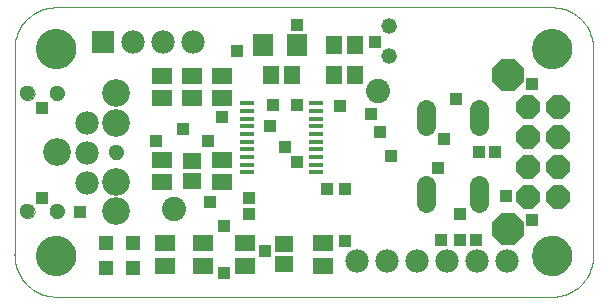
<source format=gts>
G75*
G70*
%OFA0B0*%
%FSLAX24Y24*%
%IPPOS*%
%LPD*%
%AMOC8*
5,1,8,0,0,1.08239X$1,22.5*
%
%ADD10C,0.0000*%
%ADD11C,0.0926*%
%ADD12C,0.0512*%
%ADD13OC8,0.0780*%
%ADD14R,0.0512X0.0512*%
%ADD15R,0.0670X0.0552*%
%ADD16R,0.0552X0.0631*%
%ADD17R,0.0670X0.0749*%
%ADD18C,0.0808*%
%ADD19R,0.0512X0.0158*%
%ADD20C,0.0520*%
%ADD21R,0.0780X0.0780*%
%ADD22C,0.0780*%
%ADD23R,0.0631X0.0552*%
%ADD24C,0.0631*%
%ADD25C,0.1340*%
%ADD26OC8,0.1040*%
%ADD27R,0.0396X0.0396*%
D10*
X002657Y001292D02*
X002660Y001292D01*
X019195Y001292D01*
X019198Y001292D01*
X018548Y002667D02*
X018550Y002717D01*
X018556Y002767D01*
X018566Y002817D01*
X018579Y002865D01*
X018596Y002913D01*
X018617Y002959D01*
X018641Y003003D01*
X018669Y003045D01*
X018700Y003085D01*
X018734Y003122D01*
X018771Y003157D01*
X018810Y003188D01*
X018851Y003217D01*
X018895Y003242D01*
X018941Y003264D01*
X018988Y003282D01*
X019036Y003296D01*
X019085Y003307D01*
X019135Y003314D01*
X019185Y003317D01*
X019236Y003316D01*
X019286Y003311D01*
X019336Y003302D01*
X019384Y003290D01*
X019432Y003273D01*
X019478Y003253D01*
X019523Y003230D01*
X019566Y003203D01*
X019606Y003173D01*
X019644Y003140D01*
X019679Y003104D01*
X019712Y003065D01*
X019741Y003024D01*
X019767Y002981D01*
X019790Y002936D01*
X019809Y002889D01*
X019824Y002841D01*
X019836Y002792D01*
X019844Y002742D01*
X019848Y002692D01*
X019848Y002642D01*
X019844Y002592D01*
X019836Y002542D01*
X019824Y002493D01*
X019809Y002445D01*
X019790Y002398D01*
X019767Y002353D01*
X019741Y002310D01*
X019712Y002269D01*
X019679Y002230D01*
X019644Y002194D01*
X019606Y002161D01*
X019566Y002131D01*
X019523Y002104D01*
X019478Y002081D01*
X019432Y002061D01*
X019384Y002044D01*
X019336Y002032D01*
X019286Y002023D01*
X019236Y002018D01*
X019185Y002017D01*
X019135Y002020D01*
X019085Y002027D01*
X019036Y002038D01*
X018988Y002052D01*
X018941Y002070D01*
X018895Y002092D01*
X018851Y002117D01*
X018810Y002146D01*
X018771Y002177D01*
X018734Y002212D01*
X018700Y002249D01*
X018669Y002289D01*
X018641Y002331D01*
X018617Y002375D01*
X018596Y002421D01*
X018579Y002469D01*
X018566Y002517D01*
X018556Y002567D01*
X018550Y002617D01*
X018548Y002667D01*
X019195Y001292D02*
X019267Y001294D01*
X019339Y001300D01*
X019411Y001309D01*
X019482Y001322D01*
X019552Y001339D01*
X019621Y001359D01*
X019689Y001384D01*
X019755Y001411D01*
X019821Y001442D01*
X019884Y001477D01*
X019946Y001514D01*
X020005Y001555D01*
X020062Y001599D01*
X020117Y001646D01*
X020169Y001696D01*
X020219Y001748D01*
X020266Y001803D01*
X020310Y001860D01*
X020351Y001919D01*
X020388Y001981D01*
X020423Y002044D01*
X020454Y002110D01*
X020481Y002176D01*
X020506Y002244D01*
X020526Y002313D01*
X020543Y002383D01*
X020556Y002454D01*
X020565Y002526D01*
X020571Y002598D01*
X020573Y002670D01*
X020573Y009560D01*
X018545Y009560D02*
X018547Y009610D01*
X018553Y009660D01*
X018563Y009710D01*
X018576Y009758D01*
X018593Y009806D01*
X018614Y009852D01*
X018638Y009896D01*
X018666Y009938D01*
X018697Y009978D01*
X018731Y010015D01*
X018768Y010050D01*
X018807Y010081D01*
X018848Y010110D01*
X018892Y010135D01*
X018938Y010157D01*
X018985Y010175D01*
X019033Y010189D01*
X019082Y010200D01*
X019132Y010207D01*
X019182Y010210D01*
X019233Y010209D01*
X019283Y010204D01*
X019333Y010195D01*
X019381Y010183D01*
X019429Y010166D01*
X019475Y010146D01*
X019520Y010123D01*
X019563Y010096D01*
X019603Y010066D01*
X019641Y010033D01*
X019676Y009997D01*
X019709Y009958D01*
X019738Y009917D01*
X019764Y009874D01*
X019787Y009829D01*
X019806Y009782D01*
X019821Y009734D01*
X019833Y009685D01*
X019841Y009635D01*
X019845Y009585D01*
X019845Y009535D01*
X019841Y009485D01*
X019833Y009435D01*
X019821Y009386D01*
X019806Y009338D01*
X019787Y009291D01*
X019764Y009246D01*
X019738Y009203D01*
X019709Y009162D01*
X019676Y009123D01*
X019641Y009087D01*
X019603Y009054D01*
X019563Y009024D01*
X019520Y008997D01*
X019475Y008974D01*
X019429Y008954D01*
X019381Y008937D01*
X019333Y008925D01*
X019283Y008916D01*
X019233Y008911D01*
X019182Y008910D01*
X019132Y008913D01*
X019082Y008920D01*
X019033Y008931D01*
X018985Y008945D01*
X018938Y008963D01*
X018892Y008985D01*
X018848Y009010D01*
X018807Y009039D01*
X018768Y009070D01*
X018731Y009105D01*
X018697Y009142D01*
X018666Y009182D01*
X018638Y009224D01*
X018614Y009268D01*
X018593Y009314D01*
X018576Y009362D01*
X018563Y009410D01*
X018553Y009460D01*
X018547Y009510D01*
X018545Y009560D01*
X019195Y010938D02*
X019267Y010936D01*
X019339Y010930D01*
X019411Y010921D01*
X019482Y010908D01*
X019552Y010891D01*
X019621Y010871D01*
X019689Y010846D01*
X019755Y010819D01*
X019821Y010788D01*
X019884Y010753D01*
X019946Y010716D01*
X020005Y010675D01*
X020062Y010631D01*
X020117Y010584D01*
X020169Y010534D01*
X020219Y010482D01*
X020266Y010427D01*
X020310Y010370D01*
X020351Y010311D01*
X020388Y010249D01*
X020423Y010186D01*
X020454Y010120D01*
X020481Y010054D01*
X020506Y009986D01*
X020526Y009917D01*
X020543Y009847D01*
X020556Y009776D01*
X020565Y009704D01*
X020571Y009632D01*
X020573Y009560D01*
X019195Y010938D02*
X002660Y010938D01*
X002007Y009563D02*
X002009Y009613D01*
X002015Y009663D01*
X002025Y009713D01*
X002038Y009761D01*
X002055Y009809D01*
X002076Y009855D01*
X002100Y009899D01*
X002128Y009941D01*
X002159Y009981D01*
X002193Y010018D01*
X002230Y010053D01*
X002269Y010084D01*
X002310Y010113D01*
X002354Y010138D01*
X002400Y010160D01*
X002447Y010178D01*
X002495Y010192D01*
X002544Y010203D01*
X002594Y010210D01*
X002644Y010213D01*
X002695Y010212D01*
X002745Y010207D01*
X002795Y010198D01*
X002843Y010186D01*
X002891Y010169D01*
X002937Y010149D01*
X002982Y010126D01*
X003025Y010099D01*
X003065Y010069D01*
X003103Y010036D01*
X003138Y010000D01*
X003171Y009961D01*
X003200Y009920D01*
X003226Y009877D01*
X003249Y009832D01*
X003268Y009785D01*
X003283Y009737D01*
X003295Y009688D01*
X003303Y009638D01*
X003307Y009588D01*
X003307Y009538D01*
X003303Y009488D01*
X003295Y009438D01*
X003283Y009389D01*
X003268Y009341D01*
X003249Y009294D01*
X003226Y009249D01*
X003200Y009206D01*
X003171Y009165D01*
X003138Y009126D01*
X003103Y009090D01*
X003065Y009057D01*
X003025Y009027D01*
X002982Y009000D01*
X002937Y008977D01*
X002891Y008957D01*
X002843Y008940D01*
X002795Y008928D01*
X002745Y008919D01*
X002695Y008914D01*
X002644Y008913D01*
X002594Y008916D01*
X002544Y008923D01*
X002495Y008934D01*
X002447Y008948D01*
X002400Y008966D01*
X002354Y008988D01*
X002310Y009013D01*
X002269Y009042D01*
X002230Y009073D01*
X002193Y009108D01*
X002159Y009145D01*
X002128Y009185D01*
X002100Y009227D01*
X002076Y009271D01*
X002055Y009317D01*
X002038Y009365D01*
X002025Y009413D01*
X002015Y009463D01*
X002009Y009513D01*
X002007Y009563D01*
X001282Y009560D02*
X001284Y009632D01*
X001290Y009704D01*
X001299Y009776D01*
X001312Y009847D01*
X001329Y009917D01*
X001349Y009986D01*
X001374Y010054D01*
X001401Y010120D01*
X001432Y010186D01*
X001467Y010249D01*
X001504Y010311D01*
X001545Y010370D01*
X001589Y010427D01*
X001636Y010482D01*
X001686Y010534D01*
X001738Y010584D01*
X001793Y010631D01*
X001850Y010675D01*
X001909Y010716D01*
X001971Y010753D01*
X002034Y010788D01*
X002100Y010819D01*
X002166Y010846D01*
X002234Y010871D01*
X002303Y010891D01*
X002373Y010908D01*
X002444Y010921D01*
X002516Y010930D01*
X002588Y010936D01*
X002660Y010938D01*
X001282Y009563D02*
X001282Y009560D01*
X001282Y002710D01*
X001282Y002667D01*
X002007Y002667D02*
X002009Y002717D01*
X002015Y002767D01*
X002025Y002817D01*
X002038Y002865D01*
X002055Y002913D01*
X002076Y002959D01*
X002100Y003003D01*
X002128Y003045D01*
X002159Y003085D01*
X002193Y003122D01*
X002230Y003157D01*
X002269Y003188D01*
X002310Y003217D01*
X002354Y003242D01*
X002400Y003264D01*
X002447Y003282D01*
X002495Y003296D01*
X002544Y003307D01*
X002594Y003314D01*
X002644Y003317D01*
X002695Y003316D01*
X002745Y003311D01*
X002795Y003302D01*
X002843Y003290D01*
X002891Y003273D01*
X002937Y003253D01*
X002982Y003230D01*
X003025Y003203D01*
X003065Y003173D01*
X003103Y003140D01*
X003138Y003104D01*
X003171Y003065D01*
X003200Y003024D01*
X003226Y002981D01*
X003249Y002936D01*
X003268Y002889D01*
X003283Y002841D01*
X003295Y002792D01*
X003303Y002742D01*
X003307Y002692D01*
X003307Y002642D01*
X003303Y002592D01*
X003295Y002542D01*
X003283Y002493D01*
X003268Y002445D01*
X003249Y002398D01*
X003226Y002353D01*
X003200Y002310D01*
X003171Y002269D01*
X003138Y002230D01*
X003103Y002194D01*
X003065Y002161D01*
X003025Y002131D01*
X002982Y002104D01*
X002937Y002081D01*
X002891Y002061D01*
X002843Y002044D01*
X002795Y002032D01*
X002745Y002023D01*
X002695Y002018D01*
X002644Y002017D01*
X002594Y002020D01*
X002544Y002027D01*
X002495Y002038D01*
X002447Y002052D01*
X002400Y002070D01*
X002354Y002092D01*
X002310Y002117D01*
X002269Y002146D01*
X002230Y002177D01*
X002193Y002212D01*
X002159Y002249D01*
X002128Y002289D01*
X002100Y002331D01*
X002076Y002375D01*
X002055Y002421D01*
X002038Y002469D01*
X002025Y002517D01*
X002015Y002567D01*
X002009Y002617D01*
X002007Y002667D01*
X001281Y002710D02*
X001282Y002637D01*
X001287Y002563D01*
X001295Y002491D01*
X001308Y002419D01*
X001324Y002347D01*
X001343Y002277D01*
X001367Y002207D01*
X001394Y002139D01*
X001425Y002073D01*
X001459Y002008D01*
X001496Y001945D01*
X001537Y001884D01*
X001580Y001826D01*
X001627Y001769D01*
X001677Y001715D01*
X001729Y001664D01*
X001784Y001616D01*
X001841Y001571D01*
X001901Y001528D01*
X001963Y001489D01*
X002027Y001453D01*
X002092Y001421D01*
X002160Y001392D01*
X002228Y001367D01*
X002298Y001345D01*
X002369Y001327D01*
X002441Y001312D01*
X002513Y001302D01*
X002586Y001295D01*
X002659Y001292D01*
X002463Y004143D02*
X002465Y004173D01*
X002471Y004203D01*
X002480Y004232D01*
X002493Y004259D01*
X002510Y004284D01*
X002529Y004307D01*
X002552Y004328D01*
X002577Y004345D01*
X002603Y004359D01*
X002632Y004369D01*
X002661Y004376D01*
X002691Y004379D01*
X002722Y004378D01*
X002752Y004373D01*
X002781Y004364D01*
X002808Y004352D01*
X002834Y004337D01*
X002858Y004318D01*
X002879Y004296D01*
X002897Y004272D01*
X002912Y004245D01*
X002923Y004217D01*
X002931Y004188D01*
X002935Y004158D01*
X002935Y004128D01*
X002931Y004098D01*
X002923Y004069D01*
X002912Y004041D01*
X002897Y004014D01*
X002879Y003990D01*
X002858Y003968D01*
X002834Y003949D01*
X002808Y003934D01*
X002781Y003922D01*
X002752Y003913D01*
X002722Y003908D01*
X002691Y003907D01*
X002661Y003910D01*
X002632Y003917D01*
X002603Y003927D01*
X002577Y003941D01*
X002552Y003958D01*
X002529Y003979D01*
X002510Y004002D01*
X002493Y004027D01*
X002480Y004054D01*
X002471Y004083D01*
X002465Y004113D01*
X002463Y004143D01*
X001479Y004143D02*
X001481Y004173D01*
X001487Y004203D01*
X001496Y004232D01*
X001509Y004259D01*
X001526Y004284D01*
X001545Y004307D01*
X001568Y004328D01*
X001593Y004345D01*
X001619Y004359D01*
X001648Y004369D01*
X001677Y004376D01*
X001707Y004379D01*
X001738Y004378D01*
X001768Y004373D01*
X001797Y004364D01*
X001824Y004352D01*
X001850Y004337D01*
X001874Y004318D01*
X001895Y004296D01*
X001913Y004272D01*
X001928Y004245D01*
X001939Y004217D01*
X001947Y004188D01*
X001951Y004158D01*
X001951Y004128D01*
X001947Y004098D01*
X001939Y004069D01*
X001928Y004041D01*
X001913Y004014D01*
X001895Y003990D01*
X001874Y003968D01*
X001850Y003949D01*
X001824Y003934D01*
X001797Y003922D01*
X001768Y003913D01*
X001738Y003908D01*
X001707Y003907D01*
X001677Y003910D01*
X001648Y003917D01*
X001619Y003927D01*
X001593Y003941D01*
X001568Y003958D01*
X001545Y003979D01*
X001526Y004002D01*
X001509Y004027D01*
X001496Y004054D01*
X001487Y004083D01*
X001481Y004113D01*
X001479Y004143D01*
X004432Y006111D02*
X004434Y006141D01*
X004440Y006171D01*
X004449Y006200D01*
X004462Y006227D01*
X004479Y006252D01*
X004498Y006275D01*
X004521Y006296D01*
X004546Y006313D01*
X004572Y006327D01*
X004601Y006337D01*
X004630Y006344D01*
X004660Y006347D01*
X004691Y006346D01*
X004721Y006341D01*
X004750Y006332D01*
X004777Y006320D01*
X004803Y006305D01*
X004827Y006286D01*
X004848Y006264D01*
X004866Y006240D01*
X004881Y006213D01*
X004892Y006185D01*
X004900Y006156D01*
X004904Y006126D01*
X004904Y006096D01*
X004900Y006066D01*
X004892Y006037D01*
X004881Y006009D01*
X004866Y005982D01*
X004848Y005958D01*
X004827Y005936D01*
X004803Y005917D01*
X004777Y005902D01*
X004750Y005890D01*
X004721Y005881D01*
X004691Y005876D01*
X004660Y005875D01*
X004630Y005878D01*
X004601Y005885D01*
X004572Y005895D01*
X004546Y005909D01*
X004521Y005926D01*
X004498Y005947D01*
X004479Y005970D01*
X004462Y005995D01*
X004449Y006022D01*
X004440Y006051D01*
X004434Y006081D01*
X004432Y006111D01*
X002463Y008080D02*
X002465Y008110D01*
X002471Y008140D01*
X002480Y008169D01*
X002493Y008196D01*
X002510Y008221D01*
X002529Y008244D01*
X002552Y008265D01*
X002577Y008282D01*
X002603Y008296D01*
X002632Y008306D01*
X002661Y008313D01*
X002691Y008316D01*
X002722Y008315D01*
X002752Y008310D01*
X002781Y008301D01*
X002808Y008289D01*
X002834Y008274D01*
X002858Y008255D01*
X002879Y008233D01*
X002897Y008209D01*
X002912Y008182D01*
X002923Y008154D01*
X002931Y008125D01*
X002935Y008095D01*
X002935Y008065D01*
X002931Y008035D01*
X002923Y008006D01*
X002912Y007978D01*
X002897Y007951D01*
X002879Y007927D01*
X002858Y007905D01*
X002834Y007886D01*
X002808Y007871D01*
X002781Y007859D01*
X002752Y007850D01*
X002722Y007845D01*
X002691Y007844D01*
X002661Y007847D01*
X002632Y007854D01*
X002603Y007864D01*
X002577Y007878D01*
X002552Y007895D01*
X002529Y007916D01*
X002510Y007939D01*
X002493Y007964D01*
X002480Y007991D01*
X002471Y008020D01*
X002465Y008050D01*
X002463Y008080D01*
X001479Y008080D02*
X001481Y008110D01*
X001487Y008140D01*
X001496Y008169D01*
X001509Y008196D01*
X001526Y008221D01*
X001545Y008244D01*
X001568Y008265D01*
X001593Y008282D01*
X001619Y008296D01*
X001648Y008306D01*
X001677Y008313D01*
X001707Y008316D01*
X001738Y008315D01*
X001768Y008310D01*
X001797Y008301D01*
X001824Y008289D01*
X001850Y008274D01*
X001874Y008255D01*
X001895Y008233D01*
X001913Y008209D01*
X001928Y008182D01*
X001939Y008154D01*
X001947Y008125D01*
X001951Y008095D01*
X001951Y008065D01*
X001947Y008035D01*
X001939Y008006D01*
X001928Y007978D01*
X001913Y007951D01*
X001895Y007927D01*
X001874Y007905D01*
X001850Y007886D01*
X001824Y007871D01*
X001797Y007859D01*
X001768Y007850D01*
X001738Y007845D01*
X001707Y007844D01*
X001677Y007847D01*
X001648Y007854D01*
X001619Y007864D01*
X001593Y007878D01*
X001568Y007895D01*
X001545Y007916D01*
X001526Y007939D01*
X001509Y007964D01*
X001496Y007991D01*
X001487Y008020D01*
X001481Y008050D01*
X001479Y008080D01*
D11*
X004668Y008080D03*
X004668Y007095D03*
X002699Y006111D03*
X004668Y005127D03*
X004668Y004143D03*
D12*
X002699Y004143D03*
X001715Y004143D03*
X004668Y006111D03*
X002699Y008080D03*
X001715Y008080D03*
D13*
X018396Y007608D03*
X019396Y007608D03*
X019396Y006608D03*
X018396Y006608D03*
X018396Y005608D03*
X019396Y005608D03*
X019396Y004608D03*
X018396Y004608D03*
D14*
X005219Y003084D03*
X004333Y003084D03*
X004333Y002257D03*
X005219Y002257D03*
D15*
X006284Y002325D03*
X006284Y003073D03*
X007571Y003079D03*
X007571Y002331D03*
X008959Y002326D03*
X008959Y003074D03*
X011580Y003073D03*
X011580Y002325D03*
X008182Y005109D03*
X008182Y005857D03*
X006182Y005866D03*
X006182Y005118D03*
X006182Y007918D03*
X007182Y007918D03*
X008182Y007918D03*
X008182Y008666D03*
X007182Y008666D03*
X006182Y008666D03*
D16*
X009847Y008692D03*
X010516Y008692D03*
X011947Y008692D03*
X012616Y008692D03*
X012616Y009692D03*
X011947Y009692D03*
D17*
X010683Y009700D03*
X009581Y009700D03*
D18*
X013401Y008158D03*
X006582Y004221D03*
D19*
X009040Y005441D03*
X009040Y005697D03*
X009040Y005952D03*
X009040Y006208D03*
X009040Y006464D03*
X009040Y006720D03*
X009040Y006976D03*
X009040Y007232D03*
X009040Y007488D03*
X009040Y007744D03*
X011323Y007744D03*
X011323Y007488D03*
X011323Y007232D03*
X011323Y006976D03*
X011323Y006720D03*
X011323Y006464D03*
X011323Y006208D03*
X011323Y005952D03*
X011323Y005697D03*
X011323Y005441D03*
D20*
X013760Y009321D03*
X013760Y010321D03*
D21*
X004226Y009771D03*
D22*
X005226Y009771D03*
X006226Y009771D03*
X007226Y009771D03*
X003702Y007082D03*
X003702Y006082D03*
X003702Y005082D03*
X012713Y002468D03*
X013713Y002468D03*
X014713Y002468D03*
X015713Y002468D03*
X016713Y002468D03*
X017713Y002468D03*
D23*
X010264Y002374D03*
X010264Y003044D03*
X007188Y005148D03*
X007188Y005817D03*
D24*
X014996Y005008D02*
X014996Y004417D01*
X016768Y004417D02*
X016768Y005008D01*
X016768Y006976D02*
X016768Y007567D01*
X014996Y007567D02*
X014996Y006976D01*
D25*
X019195Y009560D03*
X019198Y002667D03*
X002657Y002667D03*
X002657Y009563D03*
D26*
X017719Y008674D03*
X017719Y003556D03*
D27*
X018538Y003863D03*
X017652Y004650D03*
X016144Y004048D03*
X016136Y003194D03*
X016668Y003174D03*
X015488Y003192D03*
X012305Y003162D03*
X009636Y002821D03*
X008270Y002080D03*
X008270Y003654D03*
X009109Y004048D03*
X009107Y004589D03*
X007782Y004442D03*
X010682Y005792D03*
X010282Y006292D03*
X009782Y006992D03*
X009882Y007692D03*
X010682Y007692D03*
X012132Y007642D03*
X013175Y007386D03*
X013477Y006795D03*
X013819Y005998D03*
X015382Y005592D03*
X016766Y006127D03*
X017304Y006116D03*
X015582Y006542D03*
X015982Y007892D03*
X018538Y008391D03*
X013282Y009787D03*
X010682Y010342D03*
X008685Y009489D03*
X008182Y007292D03*
X006882Y006892D03*
X007732Y006492D03*
X005982Y006492D03*
X002182Y007592D03*
X002182Y004592D03*
X003469Y004105D03*
X011682Y004892D03*
X012282Y004892D03*
M02*

</source>
